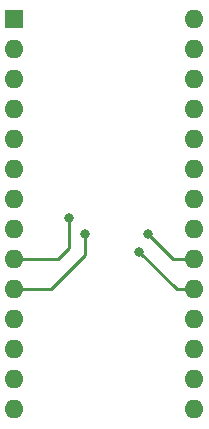
<source format=gbr>
%TF.GenerationSoftware,KiCad,Pcbnew,5.1.12-84ad8e8a86~92~ubuntu18.04.1*%
%TF.CreationDate,2023-06-24T13:51:17+02:00*%
%TF.ProjectId,EPROM-27512-GLS27SF512,4550524f-4d2d-4323-9735-31322d474c53,r2*%
%TF.SameCoordinates,Original*%
%TF.FileFunction,Copper,L2,Bot*%
%TF.FilePolarity,Positive*%
%FSLAX46Y46*%
G04 Gerber Fmt 4.6, Leading zero omitted, Abs format (unit mm)*
G04 Created by KiCad (PCBNEW 5.1.12-84ad8e8a86~92~ubuntu18.04.1) date 2023-06-24 13:51:17*
%MOMM*%
%LPD*%
G01*
G04 APERTURE LIST*
%TA.AperFunction,ComponentPad*%
%ADD10R,1.600000X1.600000*%
%TD*%
%TA.AperFunction,ComponentPad*%
%ADD11O,1.600000X1.600000*%
%TD*%
%TA.AperFunction,ViaPad*%
%ADD12C,0.800000*%
%TD*%
%TA.AperFunction,Conductor*%
%ADD13C,0.250000*%
%TD*%
G04 APERTURE END LIST*
D10*
%TO.P,U101,1*%
%TO.N,/a15*%
X86952401Y-69723201D03*
D11*
%TO.P,U101,15*%
%TO.N,/d3*%
X102192401Y-102743201D03*
%TO.P,U101,2*%
%TO.N,/a12*%
X86952401Y-72263201D03*
%TO.P,U101,16*%
%TO.N,/d4*%
X102192401Y-100203201D03*
%TO.P,U101,3*%
%TO.N,/a7*%
X86952401Y-74803201D03*
%TO.P,U101,17*%
%TO.N,/d5*%
X102192401Y-97663201D03*
%TO.P,U101,4*%
%TO.N,/a6*%
X86952401Y-77343201D03*
%TO.P,U101,18*%
%TO.N,/d6*%
X102192401Y-95123201D03*
%TO.P,U101,5*%
%TO.N,/a5*%
X86952401Y-79883201D03*
%TO.P,U101,19*%
%TO.N,/d7*%
X102192401Y-92583201D03*
%TO.P,U101,6*%
%TO.N,/a4*%
X86952401Y-82423201D03*
%TO.P,U101,20*%
%TO.N,/_ce*%
X102192401Y-90043201D03*
%TO.P,U101,7*%
%TO.N,/a3*%
X86952401Y-84963201D03*
%TO.P,U101,21*%
%TO.N,/a10*%
X102192401Y-87503201D03*
%TO.P,U101,8*%
%TO.N,/a2*%
X86952401Y-87503201D03*
%TO.P,U101,22*%
%TO.N,/_oe*%
X102192401Y-84963201D03*
%TO.P,U101,9*%
%TO.N,/a1*%
X86952401Y-90043201D03*
%TO.P,U101,23*%
%TO.N,/a11*%
X102192401Y-82423201D03*
%TO.P,U101,10*%
%TO.N,/a0*%
X86952401Y-92583201D03*
%TO.P,U101,24*%
%TO.N,/a9*%
X102192401Y-79883201D03*
%TO.P,U101,11*%
%TO.N,/d0*%
X86952401Y-95123201D03*
%TO.P,U101,25*%
%TO.N,/a8*%
X102192401Y-77343201D03*
%TO.P,U101,12*%
%TO.N,/d1*%
X86952401Y-97663201D03*
%TO.P,U101,26*%
%TO.N,/a13*%
X102192401Y-74803201D03*
%TO.P,U101,13*%
%TO.N,/d2*%
X86952401Y-100203201D03*
%TO.P,U101,27*%
%TO.N,/a14*%
X102192401Y-72263201D03*
%TO.P,U101,14*%
%TO.N,GND*%
X86952401Y-102743201D03*
%TO.P,U101,28*%
%TO.N,+5V*%
X102192401Y-69723201D03*
%TD*%
D12*
%TO.N,/d7*%
X97536000Y-89382600D03*
%TO.N,/_ce*%
X98247200Y-87909400D03*
%TO.N,/a1*%
X91592400Y-86563200D03*
%TO.N,/a0*%
X92938600Y-87884000D03*
%TD*%
D13*
%TO.N,/d7*%
X102192401Y-92583201D02*
X100736601Y-92583201D01*
X100736601Y-92583201D02*
X97536000Y-89382600D01*
%TO.N,/_ce*%
X102192401Y-90043201D02*
X100381001Y-90043201D01*
X100381001Y-90043201D02*
X98247200Y-87909400D01*
%TO.N,/a1*%
X86952401Y-90043201D02*
X90601599Y-90043201D01*
X90601599Y-90043201D02*
X91592400Y-89052400D01*
X91592400Y-89052400D02*
X91592400Y-86563200D01*
%TO.N,/a0*%
X86952401Y-92583201D02*
X90042799Y-92583201D01*
X90042799Y-92583201D02*
X92964000Y-89662000D01*
X92964000Y-89662000D02*
X92964000Y-87909400D01*
X92964000Y-87909400D02*
X92938600Y-87884000D01*
%TD*%
M02*

</source>
